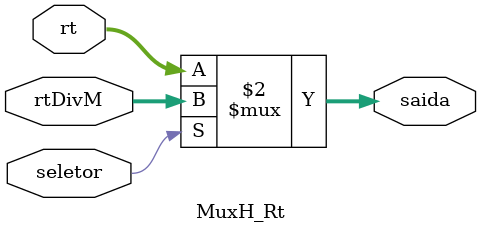
<source format=v>
module MuxH_Rt (
    input wire seletor, //101
    input wire [31:0] rt,
    input wire [31:0] rtDivM,
    output wire [31:0] saida
);

assign saida = (seletor == 1'b0) ? rt : rtDivM;
endmodule
</source>
